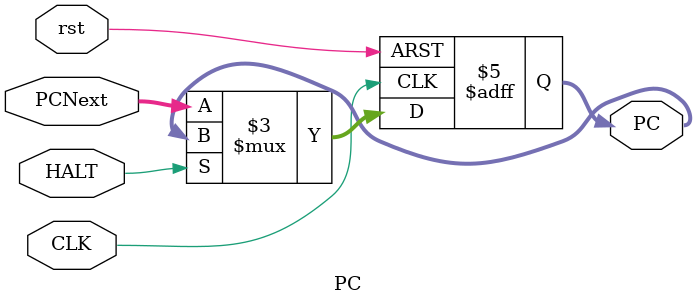
<source format=v>
module PC(PCNext,PC,CLK,rst,HALT);

input CLK,rst,HALT;
input[31:0] PCNext;
output reg [31:0] PC;

always@(posedge CLK or posedge rst)begin

	if(rst) PC<=0;
	else if(~HALT)
	    PC <= PCNext;

end

endmodule

</source>
